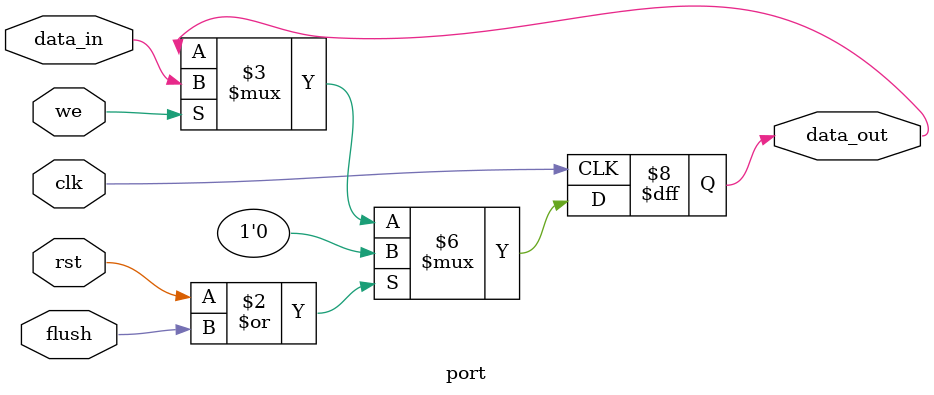
<source format=sv>
`include "config.svh"
`include "common.svh"

module port #(
        parameter WIDTH = 1
    )(
        input logic clk,
        input logic rst,
        
        input logic[WIDTH - 1:0] data_in,
        input logic we,
        input logic flush,
        
        output logic[WIDTH - 1:0] data_out
    );

    always_ff @(posedge clk) begin
        if(rst | flush) begin
            data_out <= 'b0;
        end
        else if(we) begin
            data_out <= data_in;
        end
    end
endmodule
</source>
